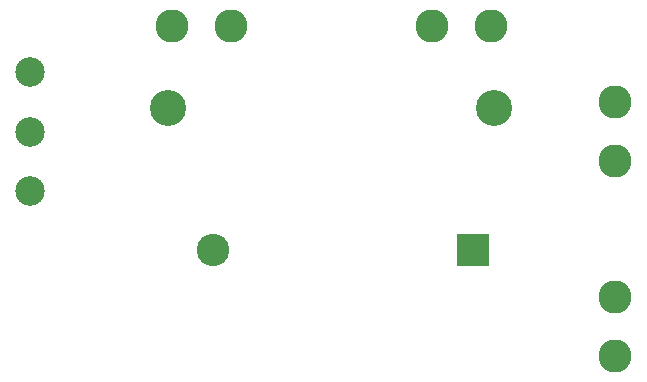
<source format=gbs>
%FSTAX23Y23*%
%MOIN*%
%SFA1B1*%

%IPPOS*%
%ADD39C,0.098551*%
%ADD40C,0.120078*%
%ADD41C,0.108268*%
%ADD42R,0.108268X0.108268*%
%ADD43C,0.110362*%
%LNcapbank-1*%
%LPD*%
G54D39*
X01594Y03149D03*
Y03346D03*
Y03546D03*
G54D40*
X02055Y03425D03*
X03141D03*
G54D41*
X02204Y02952D03*
G54D42*
X0307Y02952D03*
G54D43*
X03543Y02598D03*
Y02796D03*
Y03248D03*
Y03446D03*
X02933Y037D03*
X03131D03*
X02067D03*
X02265D03*
M02*
</source>
